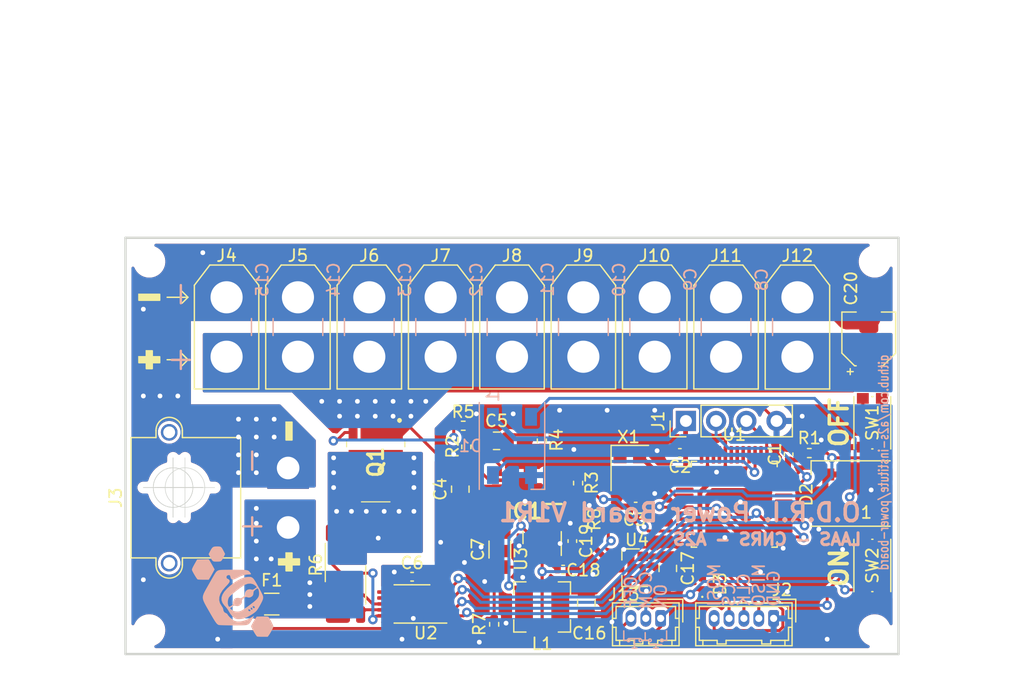
<source format=kicad_pcb>
(kicad_pcb (version 20240108) (generator "pcbnew") (generator_version "8.0")
  (title_block (title "ODRI Power Board") (company "LAAS-CNRS") (comment 1 "Thomas Flayols"))
  (layers (0 "F.Cu" signal) (31 "B.Cu" signal) (34 "B.Paste" user) (35 "F.Paste" user) (36 "B.SilkS" user "B.Silkscreen") (37 "F.SilkS" user "F.Silkscreen") (38 "B.Mask" user) (39 "F.Mask" user) (44 "Edge.Cuts" user))
  (net 0 "")
  (net 1 "GND")
  (net 2 "+3V3")
  (net 3 "/LOAD")
  (net 4 "Net-(IC1-BST)")
  (net 5 "/DC_ENA")
  (net 6 "/MOSI_1")
  (net 7 "/CS_1")
  (net 8 "/CLK_1")
  (net 9 "/MISO_1")
  (net 10 "/MOSI_2")
  (net 11 "/MISO_2")
  (net 12 "/CLK_2")
  (net 13 "/CS_2")
  (net 14 "/GATE_CTRL")
  (net 15 "+5V")
  (net 16 "Net-(U3-VIN)")
  (net 17 "Net-(U3-VCC)")
  (net 18 "/POWER_ENA")
  (net 19 "Net-(C5-Pad2)")
  (net 20 "Net-(U3-SS)")
  (net 21 "Net-(D1-DOUT)")
  (net 22 "/SWCLK")
  (net 23 "/SWDIO")
  (net 24 "/LED")
  (net 26 "/NRST")
  (net 27 "/COM")
  (net 28 "/ON_NO")
  (net 29 "/OFF_NC")
  (net 30 "+BATT")
  (net 31 "Net-(IC1-TGUP)")
  (net 33 "Net-(U3-LX)")
  (net 34 "Net-(Q1-G)")
  (net 35 "Net-(Q1-D_1)")
  (net 36 "Net-(U2-IN-)")
  (net 37 "Net-(U2-IN+)")
  (net 38 "/CLK_SGN")
  (footprint "Package_SO:VSSOP-10_3x3mm_P0.5mm" (layer "F.Cu") (at 69.088 65.786 180)
    (property "Reference" "U2")
    (property "Value" "INA239")
  )
  (footprint "Connector_AMASS:AMASS_XT30U-M_1x02_P5.0mm_Vertical" (layer "F.Cu") (at 59.5 40 -90)
    (property "Reference" "J5")
    (property "Value" "OUT")
  )
  (footprint "Connector_AMASS:AMASS_XT30U-M_1x02_P5.0mm_Vertical" (layer "F.Cu") (at 65.5 40 -90)
    (property "Reference" "J6")
    (property "Value" "OUT")
  )
  (footprint "Connector_AMASS:AMASS_XT30U-M_1x02_P5.0mm_Vertical" (layer "F.Cu") (at 71.5 40 -90)
    (property "Reference" "J7")
    (property "Value" "OUT")
  )
  (footprint "Connector_AMASS:AMASS_XT30U-M_1x02_P5.0mm_Vertical" (layer "F.Cu") (at 77.5 40 -90)
    (property "Reference" "J8")
    (property "Value" "OUT")
  )
  (footprint "Connector_AMASS:AMASS_XT30U-M_1x02_P5.0mm_Vertical" (layer "F.Cu") (at 83.5 40 -90)
    (property "Reference" "J9")
    (property "Value" "OUT")
  )
  (footprint "NVMFS5C604NLWFT1G:NVMFS5C604NLWFT1G" (layer "F.Cu") (at 66.04 53.859 180)
    (property "Reference" "Q1")
    (property "Value" "NVMFS6H824NLT1G" (hide yes))
  )
  (footprint "Resistor_SMD:R_0402_1005Metric" (layer "F.Cu") (at 85.598 58.674 90)
    (property "Reference" "R8")
    (property "Value" "470k")
  )
  (footprint "Connector_AMASS:AMASS_XT30PW-M_1x02_P2.50mm_Horizontal" (layer "F.Cu") (at 58.674 54.356 90)
    (property "Reference" "J3")
    (property "Value" "IN")
  )
  (footprint "Capacitor_SMD:C_0402_1005Metric" (layer "F.Cu") (at 69.1 63.5)
    (property "Reference" "C6")
    (property "Value" "100n")
  )
  (footprint "Button_Switch_SMD:SW_Push_1P1T_NO_CK_KMR2" (layer "F.Cu") (at 107.8 50.55 90)
    (property "Reference" "SW1")
    (property "Value" "SW_Push")
  )
  (footprint "Capacitor_SMD:C_0805_2012Metric" (layer "F.Cu") (at 73.152 56.134 90)
    (property "Reference" "C4")
    (property "Value" "4.7uF")
  )
  (footprint "Capacitor_SMD:C_0805_2012Metric" (layer "F.Cu") (at 76.2 52.07)
    (property "Reference" "C5")
    (property "Value" "0.47uF")
  )
  (footprint "Capacitor_SMD:C_1206_3216Metric" (layer "F.Cu") (at 76.478 61.214 90)
    (property "Reference" "C7")
    (property "Value" "2.2u")
  )
  (footprint "Inductor_SMD:L_Bourns-SRN4018" (layer "F.Cu") (at 80.034 66.04)
    (property "Reference" "L1")
    (property "Value" "47uH")
  )
  (footprint "Resistor_SMD:R_0402_1005Metric" (layer "F.Cu") (at 73.66 52.578 -90)
    (property "Reference" "R2")
    (property "Value" "100k")
  )
  (footprint "Resistor_SMD:R_0402_1005Metric" (layer "F.Cu") (at 80.01 52.07 90)
    (property "Reference" "R4")
    (property "Value" "10")
  )
  (footprint "Resistor_SMD:R_0402_1005Metric" (layer "F.Cu") (at 73.4 50.8)
    (property "Reference" "R5")
    (property "Value" "0")
  )
  (footprint "Resistor_SMD:R_0402_1005Metric" (layer "F.Cu") (at 83.058 55.626 90)
    (property "Reference" "R3")
    (property "Value" "10k")
  )
  (footprint "LTC7001:SOP50P490X110-11N" (layer "F.Cu") (at 78.74 55.88 180)
    (property "Reference" "IC1")
    (property "Value" "LTC7001IMSE#PBF" (hide yes))
  )
  (footprint "Package_DFN_QFN:TDFN-10-1EP_2x3mm_P0.5mm_EP0.9x2mm" (layer "F.Cu") (at 80.034 60.706 90)
    (property "Reference" "U3")
    (property "Value" "MAX17501BxTB")
  )
  (footprint "Resistor_SMD:R_Shunt_Vishay_WSK2512_6332Metric_T2.66mm" (layer "F.Cu") (at 63.5 63.246 90)
    (property "Reference" "R6")
    (property "Value" "4m")
  )
  (footprint "Fuse:Fuse_1206_3216Metric" (layer "F.Cu") (at 57.3 65.8 180)
    (property "Reference" "F1")
    (property "Value" "0.2A")
  )
  (footprint "Capacitor_SMD:C_0402_1005Metric" (layer "F.Cu") (at 82.574 60.5 -90)
    (property "Reference" "C19")
    (property "Value" "3.3n")
  )
  (footprint "Capacitor_SMD:C_0805_2012Metric" (layer "F.Cu") (at 83.75 65.7 -90)
    (property "Reference" "C16")
    (property "Value" "22uF")
  )
  (footprint "Connector_AMASS:AMASS_XT30U-M_1x02_P5.0mm_Vertical" (layer "F.Cu") (at 101.5 40 -90)
    (property "Reference" "J12")
    (property "Value" "OUT")
  )
  (footprint "Connector_AMASS:AMASS_XT30U-M_1x02_P5.0mm_Vertical" (layer "F.Cu") (at 95.5 40 -90)
    (property "Reference" "J11")
    (property "Value" "OUT")
  )
  (footprint "Resistor_SMD:R_0402_1005Metric" (layer "F.Cu") (at 76 67.5 -90)
    (property "Reference" "R7")
    (property "Value" "3.3M")
  )
  (footprint "Capacitor_SMD:C_0402_1005Metric" (layer "F.Cu") (at 81.8 62.9)
    (property "Reference" "C18")
    (property "Value" "1uF")
  )
  (footprint "LED_SMD:LED_WS2812B_PLCC4_5.0x5.0mm_P3.2mm" (layer "F.Cu") (at 106.3 56.5 180)
    (property "Reference" "D2")
    (property "Value" "WS2812B")
  )
  (footprint "Connector_AMASS:AMASS_XT30U-M_1x02_P5.0mm_Vertical" (layer "F.Cu") (at 89.5 40 -90)
    (property "Reference" "J10")
    (property "Value" "OUT")
  )
  (footprint "Connector_AMASS:AMASS_XT30U-M_1x02_P5.0mm_Vertical" (layer "F.Cu") (at 53.5 40 -90)
    (property "Reference" "J4")
    (property "Value" "OUT")
  )
  (footprint "Capacitor_SMD:CP_Elec_4x5.8" (layer "F.Cu") (at 107.5 43.5 90)
    (property "Reference" "C20")
    (property "Value" "DNP")
  )
  (footprint "Button_Switch_SMD:SW_Push_1P1T_NO_CK_KMR2" (layer "F.Cu") (at 107.8 62.55 90)
    (property "Reference" "SW2")
    (property "Value" "SW_Push")
  )
  (footprint "Resistor_SMD:R_0402_1005Metric" (layer "F.Cu") (at 102.5 53.1 180)
    (property "Reference" "R1")
    (property "Value" "100k")
  )
  (footprint "Connector_Hirose:Hirose_DF13-03P-1.25DSA_1x03_P1.25mm_Vertical" (layer "F.Cu") (at 90 67 180)
    (property "Reference" "J13")
    (property "Value" "SW")
  )
  (footprint "Connector_Hirose:Hirose_DF13-05P-1.25DSA_1x05_P1.25mm_Vertical" (layer "F.Cu") (at 99.5 67 180)
    (property "Reference" "J2")
    (property "Value" "SPI")
  )
  (footprint "Diode_SMD:D_0402_1005Metric" (layer "F.Cu") (at 93.5 64.1 90)
    (property "Reference" "D3")
    (property "Value" "D")
  )
  (footprint "Package_QFP:LQFP-48_7x7mm_P0.5mm" (layer "F.Cu") (at 96.188 57.404)
    (property "Reference" "U1")
    (property "Value" "STM32F103C8T6")
  )
  (footprint "Connector_PinHeader_2.54mm:PinHeader_1x04_P2.54mm_Vertical" (layer "F.Cu") (at 92.124 50.4 90)
    (property "Reference" "J1")
    (property "Value" "PROG")
  )
  (footprint "Capacitor_SMD:C_0805_2012Metric" (layer "F.Cu") (at 90.6 62.8 -90)
    (property "Reference" "C17")
    (property "Value" "4.7uF")
  )
  (footprint "Package_TO_SOT_SMD:SOT-23" (layer "F.Cu") (at 87.5 62.738 180)
    (property "Reference" "U4")
    (property "Value" "MCP1700-3302E_SOT23")
  )
  (footprint "Capacitor_SMD:C_0402_1005Metric" (layer "F.Cu") (at 100.76 53.2 90)
    (property "Reference" "C1")
    (property "Value" "100n")
  )
  (footprint "Capacitor_SMD:C_0402_1005Metric" (layer "F.Cu") (at 91.616 53.086 180)
    (property "Reference" "C2")
    (property "Value" "100n")
  )
  (footprint "Capacitor_SMD:C_0402_1005Metric" (layer "F.Cu") (at 87.9 57.6 180)
    (property "Reference" "C3")
    (property "Value" "100n")
  )
  (footprint "Oscillator:Oscillator_SMD_Abracon_ASE-4Pin_3.2x2.5mm" (layer "F.Cu") (at 87.406 54.356 -90)
    (property "Reference" "X1")
    (property "Value" "8Mhz")
  )
  (footprint "MountingHole:MountingHole_2.2mm_M2_DIN965" (layer "F.Cu") (at 47 68)
    (property "Reference" "REF**" (hide yes))
    (property "Value" "MountingHole_2.2mm_M2_DIN965")
  )
  (footprint "MountingHole:MountingHole_2.2mm_M2_DIN965" (layer "F.Cu") (at 108 68)
    (property "Reference" "REF**" (hide yes))
    (property "Value" "MountingHole_2.2mm_M2_DIN965")
  )
  (footprint "MountingHole:MountingHole_2.2mm_M2_DIN965" (layer "F.Cu") (at 47 37)
    (property "Reference" "REF**" (hide yes))
    (property "Value" "MountingHole_2.2mm_M2_DIN965")
  )
  (footprint "MountingHole:MountingHole_2.2mm_M2_DIN965" (layer "F.Cu") (at 108 37)
    (property "Reference" "REF**" (hide yes))
    (property "Value" "MountingHole_2.2mm_M2_DIN965")
  )
  (footprint "Capacitor_SMD:C_1206_3216Metric" (layer "B.Cu") (at 80.5 42.5 90)
    (property "Reference" "C11")
    (property "Value" "2.2u")
  )
  (footprint "Capacitor_SMD:C_1206_3216Metric" (layer "B.Cu") (at 74.5 42.5 90)
    (property "Reference" "C12")
    (property "Value" "2.2u")
  )
  (footprint "Capacitor_SMD:C_1206_3216Metric" (layer "B.Cu") (at 68.5 42.5 90)
    (property "Reference" "C13")
    (property "Value" "2.2u")
  )
  (footprint "Capacitor_SMD:C_1206_3216Metric" (layer "B.Cu") (at 62.5 42.5 90)
    (property "Reference" "C14")
    (property "Value" "2.2u")
  )
  (footprint "Capacitor_SMD:C_1206_3216Metric" (layer "B.Cu") (at 56.5 42.5 90)
    (property "Reference" "C15")
    (property "Value" "2.2u")
  )
  (footprint "LED_SMD:LED_WS2812B_PLCC4_5.0x5.0mm_P3.2mm" (layer "B.Cu") (at 77.5 52.5 -90)
    (property "Reference" "D1")
    (property "Value" "WS2812B")
  )
  (footprint "Capacitor_SMD:C_1206_3216Metric" (layer "B.Cu") (at 98.5 42.5 90)
    (property "Reference" "C8")
    (property "Value" "2.2u")
  )
  (footprint "Capacitor_SMD:C_1206_3216Metric" (layer "B.Cu") (at 92.5 42.5 90)
    (property "Reference" "C9")
    (property "Value" "2.2u")
  )
  (footprint "Capacitor_SMD:C_1206_3216Metric" (layer "B.Cu") (at 86.5 42.5 90)
    (property "Reference" "C10")
    (property "Value" "2.2u")
  )
  (footprint "LOGO" (layer "B.Cu") (at 54 64.75 180)
    (property "Reference" "G***" (hide yes))
    (property "Value" "LOGO" (hide yes))
  )
  (gr_line (start 86.9 68.85) (end 86.9 68.05) (stroke (width 0.12)) (layer "B.SilkS"))
  (gr_circle (center 87.3 68.85) (end 87.35 68.75) (stroke (width 0.12)) (fill none) (layer "B.SilkS"))
  (gr_circle (center 88.3 68.85) (end 88.4 68.8) (stroke (width 0.12)) (fill none) (layer "B.SilkS"))
  (gr_line (start 88.411803 68.85) (end 88.988197 68.85) (stroke (width 0.12)) (layer "B.SilkS"))
  (gr_line (start 88.7 68.85) (end 88.7 68.2) (stroke (width 0.12)) (layer "B.SilkS"))
  (gr_line (start 87.2 68.85) (end 86.9 68.85) (stroke (width 0.12)) (layer "B.SilkS"))
  (gr_line (start 90.211803 68.85) (end 90.5 68.85) (stroke (width 0.12)) (layer "B.SilkS"))
  (gr_circle (center 89.1 68.85) (end 89.15 68.75) (stroke (width 0.12)) (fill none) (layer "B.SilkS"))
  (gr_line (start 87.8 68.8) (end 87.8 69.5) (stroke (width 0.12)) (layer "B.SilkS"))
  (gr_line (start 87.6 69.5) (end 88 69.5) (stroke (width 0.12)) (layer "B.SilkS"))
  (gr_line (start 90.5 68.85) (end 90.5 68.05) (stroke (width 0.12)) (layer "B.SilkS"))
  (gr_circle (center 90.1 68.85) (end 90.2 68.8) (stroke (width 0.12)) (fill none) (layer "B.SilkS"))
  (gr_line (start 87.3 68.7) (end 88.3 68.7) (stroke (width 0.12)) (layer "B.SilkS"))
  (gr_line (start 89.1 69.2) (end 90.1 69.2) (stroke (width 0.12)) (layer "B.SilkS"))
  (gr_line (start 89.6 69.2) (end 89.6 69.5) (stroke (width 0.12)) (layer "B.SilkS"))
  (gr_line (start 89.4 69.5) (end 89.8 69.5) (stroke (width 0.12)) (layer "B.SilkS"))
  (gr_line (start 50.25 45.25) (end 49.75 45.75) (stroke (width 0.12)) (layer "F.SilkS"))
  (gr_line (start 50.25 40) (end 49.75 40.5) (stroke (width 0.12)) (layer "F.SilkS"))
  (gr_line (start 48.5 40) (end 50.25 40) (stroke (width 0.12)) (layer "F.SilkS"))
  (gr_line (start 50.25 45.25) (end 49.75 44.75) (stroke (width 0.12)) (layer "F.SilkS"))
  (gr_rect (start 58.5 61.5) (end 59 63) (stroke (width 0.12)) (fill solid) (layer "F.SilkS"))
  (gr_rect (start 46.125 39.75) (end 47.875 40.25) (stroke (width 0.12)) (fill solid) (layer "F.SilkS"))
  (gr_line (start 48.5 45.25) (end 50.25 45.25) (stroke (width 0.12)) (layer "F.SilkS"))
  (gr_line (start 50.25 40) (end 49.75 39.5) (stroke (width 0.12)) (layer "F.SilkS"))
  (gr_rect (start 58.5 50.5) (end 59 52) (stroke (width 0.12)) (fill solid) (layer "F.SilkS"))
  (gr_rect (start 57.875 62) (end 59.625 62.5) (stroke (width 0.12)) (fill solid) (layer "F.SilkS"))
  (gr_rect (start 46.75 44.5) (end 47.25 46) (stroke (width 0.12)) (fill solid) (layer "F.SilkS"))
  (gr_rect (start 46.125 45) (end 47.875 45.5) (stroke (width 0.12)) (fill solid) (layer "F.SilkS"))
  (gr_line (start 49.75 44.75) (end 50.25 45.25) (stroke (width 0.12)) (layer "F.SilkS"))
  (gr_line (start 45 35) (end 110 35) (stroke (width 0.2)) (layer "Edge.Cuts"))
  (gr_line (start 110 35) (end 110 70) (stroke (width 0.2)) (layer "Edge.Cuts"))
  (gr_line (start 45 70) (end 45 35) (stroke (width 0.2)) (layer "Edge.Cuts"))
  (gr_line (start 110 70) (end 45 70) (stroke (width 0.2)) (layer "Edge.Cuts"))
  (gr_text "COM" (at 88.75 66.3 90) (layer "B.SilkS") (effects (font (size 1 1)) (justify right mirror)))
  (gr_text "OFF" (at 87.5 66.3 90) (layer "B.SilkS") (effects (font (size 1 1)) (justify right mirror)))
  (gr_text "MOSI" (at 94.5 66.1 90) (layer "B.SilkS") (effects (font (size 1 1)) (justify right mirror)))
  (gr_text "CS" (at 95.75 66.1 90) (layer "B.SilkS") (effects (font (size 1 1)) (justify right mirror)))
  (gr_text "CLK\n" (at 97 66.1 90) (layer "B.SilkS") (effects (font (size 1 1)) (justify right mirror)))
  (gr_text "MISO" (at 98.25 66.1 90) (layer "B.SilkS") (effects (font (size 1 1)) (justify right mirror)))
  (gr_text "GND\n" (at 99.5 66.1 90) (layer "B.SilkS") (effects (font (size 1 1)) (justify right mirror)))
  (gr_text "LAAS - CNRS - A2S" (at 107 60.35 0) (layer "B.SilkS") (effects (font (size 1 1) (thickness 0.25)) (justify left mirror)))
  (gr_text "-  +" (at 49.5 42.5 90) (layer "B.SilkS") (effects (font (size 2 2) (thickness 0.2)) (justify mirror)))
  (gr_text "-  +" (at 55.5 56.5 90) (layer "B.SilkS") (effects (font (size 2 2) (thickness 0.2)) (justify mirror)))
  (gr_text "O.D.R.I. Power Board V1R1" (at 107 58.1 0) (layer "B.SilkS") (effects (font (size 1.5 1.5) (thickness 0.3)) (justify left mirror)))
  (gr_text "github.com/a2s-institute/power-board" (at 108.75 44.75 90) (layer "B.SilkS") (effects (font (size 0.8 0.6) (thickness 0.125)) (justify left mirror)))
  (gr_text "ON" (at 90 66.3 90) (layer "B.SilkS") (effects (font (size 1 1)) (justify right mirror)))
  (gr_text "OFF" (at 105 50.5 90) (layer "F.SilkS") (effects (font (size 1.5 1.5) (thickness 0.3))))
  (gr_text "ON" (at 105 62.75 90) (layer "F.SilkS") (effects (font (size 1.5 1.5) (thickness 0.3))))
  (target plus (at 50 56) (size 5) (width 0.05) (layer "Edge.Cuts"))
  (target plus (at 49 56) (size 5) (width 0.05) (layer "Edge.Cuts"))
  (target plus (at 49 56) (size 5) (width 0.05) (layer "Edge.Cuts"))
  (segment (start 79.534 60.206) (end 80.034 60.706) (width 0.25) (layer "F.Cu") (net 1))
  (segment (start 95.438 53.2415) (end 95.438 54.600675) (width 0.25) (layer "F.Cu") (net 1))
  (segment (start 95.622315 54.78499) (end 96.188 54.78499) (width 0.25) (layer "F.Cu") (net 1))
  (segment (start 95.42501 60.22501) (end 95.4 60.2) (width 0.25) (layer "F.Cu") (net 1))
  (segment (start 94.38499 54.78499) (end 96.188 54.78499) (width 0.25) (layer "F.Cu") (net 1))
  (segment (start 98.438 61.5665) (end 98.438 62.988) (width 0.25) (layer "F.Cu") (net 1))
  (segment (start 92.0255 58.1745) (end 92.02101 58.17899) (width 0.25) (layer "F.Cu") (net 1))
  (segment (start 93.938 54.338) (end 94.38499 54.78499) (width 0.25) (layer "F.Cu") (net 1))
  (segment (start 93.938 53.2415) (end 93.938 54.338) (width 0.25) (layer "F.Cu") (net 1))
  (segment (start 92.0255 58.154) (end 92.0255 58.1745) (width 0.25) (layer "F.Cu") (net 1))
  (segment (start 97.899712 60.22501) (end 95.42501 60.22501) (width 0.25) (layer "F.Cu") (net 1))
  (segment (start 100.3505 55.154) (end 99.446 55.154) (width 0.25) (layer "F.Cu") (net 1))
  (segment (start 99.446 55.154) (end 98.7 55.9) (width 0.25) (layer "F.Cu") (net 1))
  (segment (start 98.438 61.5665) (end 98.438 60.763298) (width 0.25) (layer "F.Cu") (net 1))
  (segment (start 95.438 54.600675) (end 95.622315 54.78499) (width 0.25) (layer "F.Cu") (net 1))
  (segment (start 98.438 60.763298) (end 97.899712 60.22501) (width 0.25) (layer "F.Cu") (net 1))
  (segment (start 66.888 65.286) (end 66.91299 65.31099) (width 0.25) (layer "F.Cu") (net 1))
  (segment (start 99.744 50.4) (end 98.644 49.3) (width 0.25) (layer "F.Cu") (net 1))
  (segment (start 80.952 56.38) (end 82.054 56.38) (width 0.25) (layer "F.Cu") (net 1))
  (segment (start 82.054 56.38) (end 82.298 56.136) (width 0.25) (layer "F.Cu") (net 1))
  (segment (start 101.172998 55.154) (end 101.951999 54.374999) (width 0.25) (layer "F.Cu") (net 1))
  (segment (start 67.286 65.286) (end 67.31099 65.31099) (width 0.25) (layer "F.Cu") (net 1))
  (segment (start 81.9 61) (end 82.554 61) (width 0.25) (layer "F.Cu") (net 1))
  (segment (start 92.0255 58.154) (end 90.746 58.154) (width 0.25) (layer "F.Cu") (net 1))
  (segment (start 82.298 56.136) (end 83.058 56.136) (width 0.25) (layer "F.Cu") (net 1))
  (segment (start 82.298 56.136) (end 82.042 55.88) (width 0.25) (layer "F.Cu") (net 1))
  (segment (start 105.7 41.7) (end 104 40) (width 2) (layer "F.Cu") (net 1))
  (segment (start 82.042 55.88) (end 80.952 55.88) (width 0.25) (layer "F.Cu") (net 1))
  (segment (start 79.5 58.8) (end 79.5 60.172) (width 0.25) (layer "F.Cu") (net 1))
  (segment (start 79.635978 60.706) (end 80.034 60.706) (width 0.25) (layer "F.Cu") (net 1))
  (segment (start 79.034 61.7185) (end 79.034 61.307978) (width 0.25) (layer "F.Cu") (net 1))
  (segment (start 79.24 56.38) (end 78.74 55.88) (width 0.25) (layer "F.Cu") (net 1))
  (segment (start 86.581 55.406) (end 86.581 55.506) (width 0.25) (layer "F.Cu") (net 1))
  (segment (start 67.31099 65.31099) (end 69.18901 65.31099) (width 0.25) (layer "F.Cu") (net 1))
  (segment (start 81.544 60.706) (end 81.606 60.706) (width 0.25) (layer "F.Cu") (net 1))
  (segment (start 80.034 60.706) (end 81.544 60.706) (width 0.25) (layer "F.Cu") (net 1))
  (segment (start 104 40) (end 101.5 40) (width 2) (layer "F.Cu") (net 1))
  (segment (start 100.3505 55.154) (end 101.172998 55.154) (width 0.25) (layer "F.Cu") (net 1))
  (segment (start 82.554 61) (end 82.574 60.98) (width 0.25) (layer "F.Cu") (net 1))
  (segment (start 107 48.5) (end 107 52.6) (width 0.25) (layer "F.Cu") (net 1))
  (segment (start 79.534 59.6935) (end 79.534 60.206) (width 0.25) (layer "F.Cu") (net 1))
  (segment (start 101.951999 54.374999) (end 103.524999 54.374999) (width 0.25) (layer "F.Cu") (net 1))
  (segment (start 79.5 60.172) (end 80.034 60.706) (width 0.25) (layer "F.Cu") (net 1))
  (segment (start 80.952 54.88) (end 80.952 54.298) (width 0.25) (layer "F.Cu") (net 1))
  (segment (start 80.952 56.38) (end 79.24 56.38) (width 0.25) (layer "F.Cu") (net 1))
  (segment (start 81.606 60.706) (end 81.9 61) (width 0.25) (layer "F.Cu") (net 1))
  (segment (start 66.888 65.286) (end 67.286 65.286) (width 0.25) (layer "F.Cu") (net 1))
  (segment (start 103.524999 54.374999) (end 104.05 54.9) (width 0.25) (layer "F.Cu") (net 1))
  (segment (start 69.18901 65.31099) (end 69.5 65) (width 0.25) (layer "F.Cu") (net 1))
  (segment (start 90.746 58.154) (end 90.5 58.4) (width 0.25) (layer "F.Cu") (net 1))
  (segment (start 79.034 61.307978) (end 79.635978 60.706) (width 0.25) (layer "F.Cu") (net 1))
  (segment (start 107.5 41.7) (end 105.7 41.7) (width 2) (layer "F.Cu") (net 1))
  (via (at 82.4 59) (size 0.8) (drill 0.4) (layers "F.Cu" "B.Cu") (net 1))
  (via (at 96 51.5) (size 0.8) (drill 0.4) (layers "F.Cu" "B.Cu") (net 1))
  (via (at 77 67.4) (size 0.8) (drill 0.4) (layers "F.Cu" "B.Cu") (net 1))
  (via (at 100.3 61.1) (size 0.8) (drill 0.4) (layers "F.Cu" "B.Cu") (net 1))
  (via (at 105.3 61.2) (size 0.8) (drill 0.4) (layers "F.Cu" "B.Cu") (net 1))
  (via (at 94.7 54.7) (size 0.8) (drill 0.4) (layers "F.Cu" "B.Cu") (net 1))
  (via (at 103.5 52) (size 0.8) (drill 0.4) (layers "F.Cu" "B.Cu") (net 1))
  (via (at 98.4 63.1) (size 0.8) (drill 0.4) (layers "F.Cu" "B.Cu") (net 1))
  (via (at 96.7 57.2) (size 0.8) (drill 0.4) (layers "F.Cu" "B.Cu") (net 1))
  (via (at 89.7 52.9) (size 0.8) (drill 0.4) (layers "F.Cu" "B.Cu") (net 1))
  (via (at 95.4 60.2) (size 0.8) (drill 0.4) (layers "F.Cu" "B.Cu") (net 1))
  (via (at 103.3 59.5) (size 0.8) (drill 0.4) (layers "F.Cu" "B.Cu") (net 1))
  (via (at 94.95 65.05) (size 0.8) (drill 0.4) (layers "F.Cu" "B.Cu") (net 1))
  (via (at 88.8 64.7) (size 0.8) (drill 0.4) (layers "F.Cu" "B.Cu") (net 1))
  (via (at 54.5 50.25) (size 0.8) (drill 0.4) (layers "F.Cu" "B.Cu") (net 1))
  (via (at 57.5 50.25) (size 0.8) (drill 0.4) (layers "F.Cu" "B.Cu") (net 1))
  (via (at 51.5 36.25) (size 0.8) (drill 0.4) (layers "F.Cu" "B.Cu") (net 1))
  (via (at 47.9 48.3) (size 0.8) (drill 0.4) (layers "F.Cu" "B.Cu") (net 1))
  (via (at 56 51.75) (size 0.8) (drill 0.4) (layers "F.Cu" "B.Cu") (net 1))
  (via (at 75.2 63.9) (size 0.8) (drill 0.4) (layers "F.Cu" "B.Cu") (net 1))
  (via (at 104 68.75) (size 0.8) (drill 0.4) (layers "F.Cu" "B.Cu") (net 1))
  (via (at 57.5 51.75) (size 0.8) (drill 0.4) (layers "F.Cu" "B.Cu") (net 1))
  (via (at 74.5 49.8) (size 0.8) (drill 0.4) (layers "F.Cu" "B.Cu") (net 1))
  (via (at 82.7 52.8) (size 0.8) (drill 0.4) (layers "F.Cu" "B.Cu") (net 1))
  (via (at 52.75 68.75) (size 0.8) (drill 0.4) (layers "F.Cu" "B.Cu") (net 1))
  (via (at 81.544 60.706) (size 0.8) (drill 0.4) (layers "F.Cu" "B.Cu") (net 1))
  (via (at 85.5 49.5) (size 0.8) (drill 0.4) (layers "F.Cu" "B.Cu") (net 1))
  (via (at 85.9 67.3) (size 0.8) (drill 0.4) (layers "F.Cu" "B.Cu") (net 1))
  (via (at 78.6 57.15) (size 0.8) (drill 0.4) (layers "F.Cu" "B.Cu") (net 1))
  (via (at 89.5 49.5) (size 0.8) (drill 0.4) (layers "F.Cu" "B.Cu") (net 1))
  (via (at 54.5 51.75) (size 0.8) (drill 0.4) (layers "F.Cu" "B.Cu") (net 1))
  (via (at 78.1 60.9) (size 0.8) (drill 0.4) (layers "F.Cu" "B.Cu") (net 1))
  (via (at 56 54.75) (size 0.8) (drill 0.4) (layers "F.Cu" "B.Cu") (net 1))
  (via (at 46.5 48.3) (size 0.8) (drill 0.4) (layers "F.Cu" "B.Cu") (net 1))
  (via (at 81.5 49.5) (size 0.8) (drill 0.4) (layers "F.Cu" "B.Cu") (net 1))
  (via (at 89.5 56.5) (size 0.8) (drill 0.4) (layers "F.Cu" "B.Cu") (net 1))
  (via (at 49.4 48.3) (size 0.8) (drill 0.4) (layers "F.Cu" "B.Cu") (net 1))
  (via (at 46.5 41) (size 0.8) (drill 0.4) (layers "F.Cu" "B.Cu") (net 1))
  (via (at 101.9 50) (size 0.8) (drill 0.4) (layers "F.Cu" "B.Cu") (net 1))
  (via (at 86.9 61.2) (size 0.8) (drill 0.4) (layers "F.Cu" "B.Cu") (net 1))
  (via (at 54.5 53.25) (size 0.8) (drill 0.4) (layers "F.Cu" "B.Cu") (net 1))
  (via (at 78.4 63.55) (size 0.8) (drill 0.4) (layers "F.Cu" "B.Cu") (net 1))
  (via (at 46.5 63.75) (size 0.8) (drill 0.4) (layers "F.Cu" "B.Cu") (net 1))
  (via (at 73.5 62.3) (size 0.8) (drill 0.4) (layers "F.Cu" "B.Cu") (net 1))
  (via (at 107.7 56.2) (size 0.8) (drill 0.4) (layers "F.Cu" "B.Cu") (net 1))
  (via (at 71.5 60.6) (size 0.8) (drill 0.4) (layers "F.Cu" "B.Cu") (net 1))
  (via (at 68.25 68.75) (size 0.8) (drill 0.4) (layers "F.Cu" "B.Cu") (net 1))
  (via (at 74.9 61) (size 0.8) (drill 0.4) (layers "F.Cu" "B.Cu") (net 1))
  (via (at 72.6 53.2) (size 0.8) (drill 0.4) (layers "F.Cu" "B.Cu") (net 1))
  (via (at 100.65 64.75) (size 0.8) (drill 0.4) (layers "F.Cu" "B.Cu") (net 1))
  (via (at 84 57.5) (size 0.8) (drill 0.4) (layers "F.Cu" "B.Cu") (net 1))
  (via (at 54.5 54.75) (size 0.8) (drill 0.4) (layers "F.Cu" "B.Cu") (net 1))
  (via (at 84.3 63.3) (size 0.8) (drill 0.4) (layers "F.Cu" "B.Cu") (net 1))
  (via (at 56 50.25) (size 0.8) (drill 0.4) (layers "F.Cu" "B.Cu") (net 1))
  (via (at 69.2 67) (size 0.8) (drill 0.4) (layers "F.Cu" "B.Cu") (net 1))
  (via (at 74.75 69) (size 0.8) (drill 0.4) (layers "F.Cu" "B.Cu") (net 1))
  (via (at 67.6 63.1) (size 0.8) (drill 0.4) (layers "F.Cu" "B.Cu") (net 1))
  (via (at 77.6 49.8) (size 0.8) (drill 0.4) (layers "F.Cu" "B.Cu") (net 1))
  (via (at 56 53.25) (size 0.8) (drill 0.4) (layers "F.Cu" "B.Cu") (net 1))
  (segment (start 100.76 54.60399) (end 100.76 53.68) (width 0.4) (layer "F.Cu") (net 2))
  (segment (start 93.08198 58.62602) (end 93.054 58.654) (width 0.4) (layer "F.Cu") (net 2))
  (segment (start 92.0255 58.654) (end 93.054 58.654) (width 0.25) (layer "F.Cu") (net 2))
  (segment (start 93.3 60.295232) (end 91.807232 61.788) (width 0.4) (layer "F.Cu") (net 2))
  (segment (start 93.13399 54.60399) (end 93.20399 54.60399) (width 0.4) (layer "F.Cu") (net 2))
  (segment (start 92.096 53.086) (end 93.23249 53.086) (width 0.4) (layer "F.Cu") (net 2))
  (segment (start 94.115 55.585) (end 98.272524 55.585) (width 0.4) (layer "F.Cu") (net 2))
  (segment (start 94.115 55.515) (end 94.115 55.585) (width 0.4) (layer "F.Cu") (net 2))
  (segment (start 99.491242 54.60399) (end 100.76 54.60399) (width 0.4) (layer "F.Cu") (net 2))
  (segment (start 91.616 54.60399) (end 92.884758 54.60399) (width 0.4) (layer "F.Cu") (net 2))
  (segment (start 92.884758 54.60399) (end 93.13399 54.60399) (width 0.4) (layer "F.Cu") (net 2))
  (segment (start 98.272524 55.585) (end 99.228533 54.628991) (width 0.4) (layer "F.Cu") (net 2))
  (segment (start 92.096 53.086) (end 92.096 50.574) (width 0.4) (layer "F.Cu") (net 2))
  (segment (start 93.3 58.62602) (end 93.3 60.295232) (width 0.4) (layer "F.Cu") (net 2))
  (segment (start 99.228533 54.628991) (end 99.466242 54.62899) (width 0.4) (layer "F.Cu") (net 2))
  (segment (start 93.3 56.4) (end 94.115 55.585) (width 0.4) (layer "F.Cu") (net 2))
  (segment (start 99.466242 54.62899) (end 99.491242 54.60399) (width 0.4) (layer "F.Cu") (net 2))
  (segment (start 93.3 58.62602) (end 93.3 56.4) (width 0.4) (layer "F.Cu") (net 2))
  (segment (start 100.32551 54.67899) (end 100.3505 54.654) (width 0.25) (layer "F.Cu") (net 2))
  (segment (start 93.3 58.62602) (end 93.08198 58.62602) (width 0.4) (layer "F.Cu") (net 2))
  (segment (start 93.20399 54.60399) (end 94.115 55.515) (width 0.4) (layer "F.Cu") (net 2))
  (segment (start 93.23249 53.086) (end 93.38799 53.2415) (width 0.4) (layer "F.Cu") (net 2))
  (segment (start 86.581 53.306) (end 88.231 53.306) (width 0.25) (layer "F.Cu") (net 2))
  (segment (start 96.4 59.7) (end 95.32602 58.62602) (width 0.4) (layer "F.Cu") (net 2))
  (segment (start 88.231 53.306) (end 88.491 53.566) (width 0.4) (layer "F.Cu") (net 2))
  (segment (start 106.9 58.1) (end 103 62) (width 0.4) (layer "F.Cu") (net 2))
  (segment (start 101.99 53.5) (end 101.99 53.1) (width 0.4) (layer "F.Cu") (net 2))
  (segment (start 101.81 53.68) (end 101.99 53.5) (width 0.4) (layer "F.Cu") (net 2))
  (segment (start 89.52899 54.60399) (end 92.0255 54.60399) (width 0.4) (layer "F.Cu") (net 2))
  (segment (start 99.3715 62) (end 98.98801 61.61651) (width 0.4) (layer "F.Cu") (net 2))
  (segment (start 88.5 61.788) (end 91.807232 61.788) (width 0.5) (layer "F.Cu") (net 2))
  (segment (start 99 60.4) (end 98.3 59.7) (width 0.4) (layer "F.Cu") (net 2))
  (segment (start 88.231 53.306) (end 89.52899 54.60399) (width 0.4) (layer "F.Cu") (net 2))
  (segment (start 95.32602 58.62602) (end 93.3 58.62602) (width 0.4) (layer "F.Cu") (net 2))
  (segment (start 98.98801 61.51649) (end 99 61.5045) (width 0.4) (layer "F.Cu") (net 2))
  (segment (start 92.096 54.53349) (end 92.096 53.086) (width 0.4) (layer "F.Cu") (net 2))
  (segment (start 100.76 53.68) (end 101.81 53.68) (width 0.4) (layer "F.Cu") (net 2))
  (segment (start 103 62) (end 99.3715 62) (width 0.4) (layer "F.Cu") (net 2))
  (segment (start 98.98801 61.61651) (end 98.98801 61.51649) (width 0.4) (layer "F.Cu") (net 2))
  (segment (start 92.0255 54.60399) (end 92.096 54.53349) (width 0.4) (layer "F.Cu") (net 2))
  (segment (start 91.654 61.788) (end 91.807232 61.788) (width 0.4) (layer "F.Cu") (net 2))
  (segment (start 98.3 59.7) (end 96.4 59.7) (width 0.4) (layer "F.Cu") (net 2))
  (segment (start 99 61.5045) (end 99 60.4) (width 0.4) (layer "F.Cu") (net 2))
  (segment (start 108.95 58.1) (end 106.9 58.1) (width 0.4) (layer "F.Cu") (net 2))
  (segment (start 92.124 50.4) (end 90.624 51.9) (width 0.4) (layer "B.Cu") (net 2))
  (segment (start 77.75 51.9) (end 75.9 50.05) (width 0.4) (layer "B.Cu") (net 2))
  (segment (start 90.624 51.9) (end 77.75 51.9) (width 0.4) (layer "B.Cu") (net 2))
  (segment (start 75.9 50.05) (end 75.9 50.3) (width 0.25) (layer "B.Cu") (net 2))
  (segment (start 76.528 55.88) (end 74.93 55.88) (width 0.25) (layer "F.Cu") (net 3))
  (segment (start 74.93 55.88) (end 74.864 55.88) (width 0.25) (layer "F.Cu") (net 3))
  (segment (start 74.68 55.88) (end 74 55.2) (width 0.25) (layer "F.Cu") (net 3))
  (segment (start 68.6585 50.6585) (end 67.945 51.372) (width 0.25) (layer "F.Cu") (net 3))
  (segment (start 74 55.2) (end 73.168 55.2) (width 0.25) (layer "F.Cu") (net 3))
  (segment (start 73.152 55.184) (end 73.152 55.152) (width 0.25) (layer "F.Cu") (net 3))
  (segment (start 101.8 45.3) (end 101.5 45) (width 2) (layer "F.Cu") (net 3))
  (segment (start 107.5 45.3) (end 101.8 45.3) (width 2) (layer "F.Cu") (net 3))
  (segment (start 73.168 55.2) (end 73.152 55.184) (width 0.25) (layer "F.Cu") (net 3))
  (segment (start 66.675 45.513) (end 66.802 45.386) (width 0.25) (layer "F.Cu") (net 3))
  (segment (start 74.93 55.88) (end 74.68 55.88) (width 0.25) (layer "F.Cu") (net 3))
  (segment (start 73.152 55.152) (end 68.6585 50.6585) (width 0.25) (layer "F.Cu") (net 3))
  (via (at 66 48.75) (size 0.8) (drill 0.4) (layers "F.Cu" "B.Cu") (net 3))
  (via (at 67.5 50) (size 0.8) (drill 0.4) (layers "F.Cu" "B.Cu") (net 3))
  (via (at 64.5 50) (size 0.8) (drill 0.4) (layers "F.Cu" "B.Cu") (net 3))
  (via (at 67.5 48.75) (size 0.8) (drill 0.4) (layers "F.Cu" "B.Cu") (net 3))
  (via (at 63 48.75) (size 0.8) (drill 0.4) (layers "F.Cu" "B.Cu") (net 3))
  (via (at 61.5 48.75) (size 0.8) (drill 0.4) (layers "F.Cu" "B.Cu") (net 3))
  (via (at 66 50) (size 0.8) (drill 0.4) (layers "F.Cu" "B.Cu") (net 3))
  (via (at 63 50) (size 0.8) (drill 0.4) (layers "F.Cu" "B.Cu") (net 3))
  (via (at 69 48.75) (size 0.8) (drill 0.4) (layers "F.Cu" "B.Cu") (net 3))
  (via (at 70.25 48.75) (size 0.8) (drill 0.4) (layers "F.Cu" "B.Cu") (net 3))
  (via (at 69 50) (size 0.8) (drill 0.4) (layers "F.Cu" "B.Cu") (net 3))
  (via (at 64.5 48.75) (size 0.8) (drill 0.4) (layers "F.Cu" "B.Cu") (net 3))
  (segment (start 76.528 56.38) (end 74.93 56.38) (width 0.25) (layer "F.Cu") (net 4))
  (segment (start 74.93 56.38) (end 74.872 56.38) (width 0.25) (layer "F.Cu") (net 4))
  (segment (start 74.93 56.38) (end 74.72 56.38) (width 0.25) (layer "F.Cu") (net 4))
  (segment (start 74.016 57.084) (end 73.152 57.084) (width 0.25) (layer "F.Cu") (net 4))
  (segment (start 74.72 56.38) (end 74.016 57.084) (width 0.25) (layer "F.Cu") (net 4))
  (segment (start 93.438 61.5665) (end 93.438 63.553) (width 0.25) (layer "F.Cu") (net 5))
  (segment (start 93.438 63.553) (end 93.5 63.615) (width 0.25) (layer "F.Cu") (net 5))
  (segment (start 98.559232 65.6) (end 95.438 62.478768) (width 0.25) (layer "F.Cu") (net 6))
  (segment (start 99.97499 68.02501) (end 100.27501 67.72499) (width 0.25) (layer "F.Cu") (net 6))
  (segment (start 100.27501 66.297176) (end 99.577834 65.6) (width 0.25) (layer "F.Cu") (net 6))
  (segment (start 94.57501 68.02501) (end 99.97499 68.02501) (width 0.25) (layer "F.Cu") (net 6))
  (segment (start 94.5 67.95) (end 94.57501 68.02501) (width 0.25) (layer "F.Cu") (net 6))
  (segment (start 100.27501 67.72499) (end 100.27501 66.297176) (width 0.25) (layer "F.Cu") (net 6))
  (segment (start 95.438 62.478768) (end 95.438 61.5665) (width 0.25) (layer "F.Cu") (net 6))
  (segment (start 94.5 67) (end 94.5 67.95) (width 0.25) (layer "F.Cu") (net 6))
  (segment (start 99.577834 65.6) (end 98.559232 65.6) (width 0.25) (layer "F.Cu") (net 6))
  (segment (start 93.938 61.5665) (end 93.938 62.888) (width 0.25) (layer "F.Cu") (net 7))
  (segment (start 95.75 64.7) (end 95.75 67) (width 0.25) (layer "F.Cu") (net 7))
  (segment (start 93.938 62.888) (end 95.75 64.7) (width 0.25) (layer "F.Cu") (net 7))
  (segment (start 97 65.31359) (end 97 67) (width 0.25) (layer "F.Cu") (net 8))
  (segment (start 94.438 61.5665) (end 94.438 62.75159) (width 0.25) (layer "F.Cu") (net 8))
  (segment (start 94.438 62.75159) (end 97 65.31359) (width 0.25) (layer "F.Cu") (net 8))
  (segment (start 94.938 61.5665) (end 94.938 62.615179) (width 0.25) (layer "F.Cu") (net 9))
  (segment (start 94.938 62.615179) (end 98.25 65.927179) (width 0.25) (layer "F.Cu") (net 9))
  (segment (start 98.25 65.927179) (end 98.25 67) (width 0.25) (layer "F.Cu") (net 9))
  (segment (start 101.554 58.654) (end 102.1 59.2) (width 0.25) (layer "F.Cu") (net 10))
  (segment (start 100.3505 58.654) (end 101.554 58.654) (width 0.25) (layer "F.Cu") (net 10))
  (segment (start 71.288 66.286) (end 72.594104 66.286) (width 0.25) (layer "F.Cu") (net 10))
  (segment (start 72.594104 66.286) (end 73.293983 65.586121) (width 0.25) (layer "F.Cu") (net 10))
  (via (at 102.1 59.2) (size 0.8) (drill 0.4) (layers "F.Cu" "B.Cu") (net 10))
  (via (at 73.293983 65.586121) (size 0.8) (drill 0.4) (layers "F.Cu" "B.Cu") (net 10))
  (segment (start 73.859668 65.586121) (end 74.423536 66.149989) (width 0.25) (layer "B.Cu") (net 10))
  (segment (start 74.423536 66.149989) (end 85.2136 66.149989) (width 0.25) (layer "B.Cu") (net 10))
  (segment (start 92.4136 58.949989) (end 101.849989 58.949989) (width 0.25) (layer "B.Cu") (net 10))
  (segment (start 73.293983 65.586121) (end 73.859668 65.586121) (width 0.25) (layer "B.Cu") (net 10))
  (segment (start 85.2136 66.149989) (end 92.4136 58.949989) (width 0.25) (layer "B.Cu") (net 10))
  (segment (start 101.849989 58.949989) (end 102.1 59.2) (width 0.25) (layer "B.Cu") (net 10))
  (segment (start 99.132887 59.154) (end 98.128887 58.15) (width 0.25) (layer "F.Cu") (net 11))
  (segment (start 100.3505 59.154) (end 99.132887 59.154) (width 0.25) (layer "F.Cu") (net 11))
  (segment (start 98.128887 58.15) (end 98.05 58.15) (width 0.25) (layer "F.Cu") (net 11))
  (segment (start 73.220689 64.586413) (end 73.318652 64.586413) (width 0.25) (layer "F.Cu") (net 11))
  (segment (start 71.288 65.286) (end 72.521102 65.286) (width 0.25) (layer "F.Cu") (net 11))
  (segment (start 72.521102 65.286) (end 73.220689 64.586413) (width 0.25) (layer "F.Cu") (net 11))
  (via (at 98.05 58.15) (size 0.8) (drill 0.4) (layers "F.Cu" "B.Cu") (net 11))
  (via (at 73.318652 64.586413) (size 0.8) (drill 0.4) (layers "F.Cu" "B.Cu") (net 11))
  (segment (start 97.700022 58.499978) (end 92.2272 58.499978) (width 0.25) (layer "B.Cu") (net 11))
  (segment (start 92.2272 58.499978) (end 85.077167 65.650011) (width 0.25) (layer "B.Cu") (net 11))
  (segment (start 85.077167 65.650011) (end 74.861785 65.650011) (width 0.25) (layer "B.Cu") (net 11))
  (segment (start 74.861785 65.650011) (end 73.798187 64.586413) (width 0.25) (layer "B.Cu") (net 11))
  (segment (start 73.798187 64.586413) (end 73.318652 64.586413) (width 0.25) (layer "B.Cu") (net 11))
  (segment (start 98.05 58.15) (end 97.700022 58.499978) (width 0.25) (layer "B.Cu") (net 11))
  (segment (start 98.517466 59.174989) (end 96.690686 59.174989) (width 0.25) (layer "F.Cu") (net 12))
  (segment (start 100.3505 59.654) (end 98.996476 59.654) (width 0.25) (layer "F.Cu") (net 12))
  (segment (start 96.690686 59.174989) (end 95.265697 57.75) (width 0.25) (layer "F.Cu") (net 12))
  (segment (start 98.996476 59.654) (end 98.517466 59.174989) (width 0.25) (layer "F.Cu") (net 12))
  (segment (start 95.265697 57.75) (end 94.700012 57.75) (width 0.25) (layer "F.Cu") (net 12))
  (segment (start 72.014 64.786) (end 72.987021 63.812979) (width 0.25) (layer "F.Cu") (net 12))
  (segment (start 71.288 64.786) (end 72.014 64.786) (width 0.25) (layer "F.Cu") (net 12))
  (segment (start 72.987021 63.812979) (end 72.987021 63.642991) (width 0.25) (layer "F.Cu") (net 12))
  (via (at 94.700012 57.75) (size 0.8) (drill 0.4) (layers "F.Cu" "B.Cu") (net 12))
  (via (at 72.987021 63.642991) (size 0.8) (drill 0.4) (layers "F.Cu" "B.Cu") (net 12))
  (segment (start 73.552706 63.642991) (end 72.987021 63.642991) (width 0.25) (layer "B.Cu") (net 12))
  (segment (start 92.340768 57.75) (end 84.890768 65.2) (width 0.25) (layer "B.Cu") (net 12))
  (segment (start 75.109715 65.2) (end 73.552706 63.642991) (width 0.25) (layer "B.Cu") (net 12))
  (segment (start 94.700012 57.75) (end 92.340768 57.75) (width 0.25) (layer "B.Cu") (net 12))
  (segment (start 84.890768 65.2) (end 75.109715 65.2) (width 0.25) (layer "B.Cu") (net 12))
  (segment (start 102.03 60.198) (end 101.986 60.154) (width 0.25) (layer "F.Cu") (net 13))
  (segment (start 101.986 60.154) (end 100.3505 60.154) (width 0.25) (layer "F.Cu") (net 13))
  (segment (start 73.414 66.786) (end 73.7 66.5) (width 0.25) (layer "F.Cu") (net 13))
  (segment (start 71.288 66.786) (end 73.414 66.786) (width 0.25) (layer "F.Cu") (net 13))
  (via (at 102.03 60.198) (size 0.8) (drill 0.4) (layers "F.Cu" "B.Cu") (net 13))
  (via (at 73.7 66.5) (size 0.8) (drill 0.4) (layers "F.Cu" "B.Cu") (net 13))
  (segment (start 102.03 60.198) (end 101.998 60.198) (width 0.25) (layer "B.Cu") (net 13))
  (segment (start 101.998 60.198) (end 101.2 59.4) (width 0.25) (layer "B.Cu") (net 13))
  (segment (start 92.6 59.4) (end 85.4 66.6) (width 0.25) (layer "B.Cu") (net 13))
  (segment (start 85.4 66.6) (end 73.8 66.6) (width 0.25) (layer "B.Cu") (net 13))
  (segment (start 73.8 66.6) (end 73.7 66.5) (width 0.25) (layer "B.Cu") (net 13))
  (segment (start 101.2 59.4) (end 92.6 59.4) (width 0.25) (layer "B.Cu") (net 13))
  (segment (start 73.66 52.068) (end 75.248 52.068) (width 0.25) (layer "F.Cu") (net 14))
  (segment (start 75.248 52.068) (end 75.25 52.07) (width 0.25) (layer "F.Cu") (net 14))
  (segment (start 75.25 52.898) (end 76.528 54.176) (width 0.25) (layer "F.Cu") (net 14))
  (segment (start 76.528 54.176) (end 76.528 54.88) (width 0.25) (layer "F.Cu") (net 14))
  (segment (start 73.8 51.928) (end 73.66 52.068) (width 0.25) (layer "F.Cu") (net 14))
  (segment (start 73.8 50.91) (end 73.8 51.928) (width 0.25) (layer "F.Cu") (net 14))
  (segment (start 75.25 52.07) (end 75.25 52.898) (width 0.25) (layer "F.Cu") (net 14))
  (segment (start 73.91 50.8) (end 73.8 50.91) (width 0.25) (layer "F.Cu") (net 14))
  (segment (start 66.888 64.786) (end 67.814 64.786) (width 0.25) (layer "F.Cu") (net 15))
  (segment (start 82.25 64.75) (end 83.75 64.75) (width 0.5) (layer "F.Cu") (net 15))
  (segment (start 84.4 60.4) (end 84.1 60.7) (width 0.5) (layer "F.Cu") (net 15))
  (segment (start 69.58 63.5) (end 70.7 63.5) (width 0.5) (layer "F.Cu") (net 15))
  (segment (start 68.414021 64.785979) (end 67.814 64.785979) (width 0.4) (layer "F.Cu") (net 15))
  (segment (start 81.034 61.7185) (end 81.1155 61.8) (width 0.25) (layer "F.Cu") (net 15))
  (segment (start 86.5 62.738) (end 86.138 62.738) (width 0.5) (layer "F.Cu") (net 15))
  (segment (start 84.488 64.75) (end 86.5 62.738) (width 0.5) (layer "F.Cu") (net 15))
  (segment (start 76.199999 58.000001) (end 79.831999 58.000001) (width 0.5) (layer "F.Cu") (net 15))
  (segment (start 83.75 64.75) (end 84.488 64.75) (width 0.5) (layer "F.Cu") (net 15))
  (segment (start 81.559 65.441) (end 82.25 64.75) (width 0.5) (layer "F.Cu") (net 15))
  (segment (start 80.952 58.000001) (end 80.952 56.980001) (width 0.5) (layer "F.Cu") (net 15))
  (segment (start 67.814 64.785979) (end 67.814 64.760991) (width 0.4) (layer "F.Cu") (net 15))
  (segment (start 79.831999 58.000001) (end 80.952 58.000001) (width 0.5) (layer "F.Cu") (net 15))
  (segment (start 84.4 59.158002) (end 84.4 60.4) (width 0.5) (layer "F.Cu") (net 15))
  (segment (start 84.1 60.7) (end 83.0815 61.7185) (width 0.5) (layer "F.Cu") (net 15))
  (segment (start 83.0815 61.7185) (end 81.10901 61.7185) (width 0.5) (layer "F.Cu") (net 15))
  (segment (start 86.138 62.738) (end 84.1 60.7) (width 0.5) (layer "F.Cu") (net 15))
  (segment (start 83.241999 58.000001) (end 84.4 59.158002) (width 0.5) (layer "F.Cu") (net 15))
  (segment (start 79.831999 58.000001) (end 83.241999 58.000001) (width 0.5) (layer "F.Cu") (net 15))
  (segment (start 81.559 65.191) (end 81.559 66.04) (width 0.25) (layer "F.Cu") (net 15))
  (segment (start 69.58 63.62) (end 68.414021 64.785979) (width 0.4) (layer "F.Cu") (net 15))
  (segment (start 69.58 63.5) (end 69.58 63.62) (width 0.4) (layer "F.Cu") (net 15))
  (segment (start 81.559 66.04) (end 81.559 65.441) (width 0.5) (layer "F.Cu") (net 15))
  (segment (start 82 64.75) (end 81.559 65.191) (width 0.25) (layer "F.Cu") (net 15))
  (segment (start 70.7 63.5) (end 76.199999 58.000001) (width 0.5) (layer "F.Cu") (net 15))
  (segment (start 81.1155 61.8) (end 82.2 61.8) (width 0.25) (layer "F.Cu") (net 15))
  (segment (start 76 62.689) (end 76.478 62.689) (width 0.25) (layer "F.Cu") (net 16))
  (segment (start 76.478 62.689) (end 79.321 62.689) (width 0.25) (layer "F.Cu") (net 16))
  (segment (start 79.534 62.476) (end 79.534 61.7185) (width 0.25) (layer "F.Cu") (net 16))
  (segment (start 76 66.99) (end 76 62.689) (width 0.25) (layer "F.Cu") (net 16))
  (segment (start 79.534 62.476) (end 79.321 62.689) (width 0.25) (layer "F.Cu") (net 16))
  (segment (start 55.9 65.8) (end 55.9 66.9) (width 0.25) (layer "F.Cu") (net 16))
  (segment (start 75.405 66.99) (end 76 66.99) (width 0.25) (layer "F.Cu") (net 16))
  (segment (start 55.9 66.9) (end 56.85 67.85) (width 0.25) (layer "F.Cu") (net 16))
  (segment (start 74.545 67.85) (end 75.405 66.99) (width 0.25) (layer "F.Cu") (net 16))
  (segment (start 56.85 67.85) (end 74.545 67.85) (width 0.25) (layer "F.Cu") (net 16))
  (segment (start 81.04 62.7) (end 81.32 62.7) (width 0.25) (layer "F.Cu") (net 17))
  (segment (start 80.534 62.194) (end 81.04 62.7) (width 0.25) (layer "F.Cu") (net 17))
  (segment (start 80.534 61.7185) (end 80.534 62.194) (width 0.25) (layer "F.Cu") (net 17))
  (segment (start 82.794 55.38) (end 83.058 55.116) (width 0.25) (layer "F.Cu") (net 18))
  (segment (start 84.942001 57.000001) (end 85.199999 57.000001) (width 0.25) (layer "F.Cu") (net 18))
  (segment (start 83.058 55.116) (end 84.942001 57.000001) (width 0.25) (layer "F.Cu") (net 18))
  (segment (start 92.0255 59.654) (end 88.953994 59.654) (width 0.25) (layer "F.Cu") (net 18))
  (segment (start 88.953994 59.654) (end 88.599997 59.300003) (width 0.25) (layer "F.Cu") (net 18))
  (segment (start 80.952 55.38) (end 82.794 55.38) (width 0.25) (layer "F.Cu") (net 18))
  (via (at 85.199999 57.000001) (size 0.8) (drill 0.4) (layers "F.Cu" "B.Cu") (net 18))
  (via (at 88.599997 59.300003) (size 0.8) (drill 0.4) (layers "F.Cu" "B.Cu") (net 18))
  (segment (start 85.199999 57.005999) (end 85.199999 57.000001) (width 0.25) (layer "B.Cu") (net 18))
  (segment (start 85.199999 57.000001) (end 86.299995 57.000001) (width 0.25) (layer "B.Cu") (net 18))
  (segment (start 86.299995 57.000001) (end 88.599997 59.300003) (width 0.25) (layer "B.Cu") (net 18))
  (segment (start 77.66 51.56) (end 77.15 52.07) (width 0.25) (layer "F.Cu") (net 19))
  (segment (start 80.01 51.56) (end 77.66 51.56) (width 0.25) (layer "F.Cu") (net 19))
  (segment (start 81.0795 59.739) (end 81.861 59.739) (width 0.25) (layer "F.Cu") (net 20))
  (segment (start 81.861 59.739) (end 82.142 60.02) (width 0.25) (layer "F.Cu") (net 20))
  (segment (start 82.142 60.02) (end 82.574 60.02) (width 0.25) (layer "F.Cu") (net 20))
  (segment (start 81.034 59.6935) (end 81.0795 59.739) (width 0.25) (layer "F.Cu") (net 20))
  (segment (start 105.05 58.1) (end 105.893648 57.256352) (width 0.25) (layer "F.Cu") (net 21))
  (segment (start 105.893648 57.256352) (end 105.893648 56.793708) (width 0.25) (layer "F.Cu") (net 21))
  (segment (start 104.05 58.1) (end 105.05 58.1) (width 0.25) (layer "F.Cu") (net 21))
  (via (at 105.893648 56.793708) (size 0.8) (drill 0.4) (layers "F.Cu" "B.Cu") (net 21))
  (segment (start 79.1 50.05) (end 80.65 48.5) (width 0.25) (layer "B.Cu") (net 21))
  (segment (start 106.351999 56.335357) (end 105.893648 56.793708) (width 0.25) (layer "B.Cu") (net 21))
  (segment (start 80.65 48.5) (end 102.949936 48.5) (width 0.25) (layer "B.Cu") (net 21))
  (segment (start 106.351999 51.902063) (end 106.351999 56.335357) (width 0.25) (layer "B.Cu") (net 21))
  (segment (start 102.949936 48.5) (end 106.351999 51.902063) (width 0.25) (layer "B.Cu") (net 21))
  (segment (start 98.938 52.838) (end 98.938 53.2415) (width 0.25) (layer "F.Cu") (net 22))
  (segment (start 98.91301 52.11301) (end 98.91301 52.81301) (width 0.25) (layer "F.Cu") (net 22))
  (segment (start 97.346 50.546) (end 98.91301 52.11301) (width 0.25) (layer "F.Cu") (net 22))
  (segment (start 98.91301 52.81301) (end 98.938 52.838) (width 0.25) (layer "F.Cu") (net 22))
  (segment (start 100.3505 55.654) (end 101.746 55.654) (width 0.25) (layer "F.Cu") (net 23))
  (segment (start 101.746 55.654) (end 102.3 55.1) (width 0.25) (layer "F.Cu") (net 23))
  (via (at 102.3 55.1) (size 0.8) (drill 0.4) (layers "F.Cu" "B.Cu") (net 23))
  (segment (start 95.1 50.4) (end 94.664 50.4) (width 0.25) (layer "B.Cu") (net 23))
  (segment (start 94.664 50.4) (end 94.664 51.664) (width 0.25) (layer "B.Cu") (net 23))
  (segment (start 99.9 52.7) (end 102.3 55.1) (width 0.25) (layer "B.Cu") (net 23))
  (segment (start 95.7 52.7) (end 99.9 52.7) (width 0.25) (layer "B.Cu") (net 23))
  (segment (start 94.664 51.664) (end 95.7 52.7) (width 0.25) (layer "B.Cu") (net 23))
  (segment (start 97.938 53.2415) (end 97.938 54.661998) (width 0.25) (layer "F.Cu") (net 24))
  (segment (start 97.938 54.661998) (end 97.891839 54.708159) (width 0.25) (layer "F.Cu") (net 24))
  (via (at 97.891839 54.708159) (size 0.8) (drill 0.4) (layers "F.Cu" "B.Cu") (net 24))
  (segment (start 96.98368 53.8) (end 97.891839 54.708159) (width 0.25) (layer "B.Cu") (net 24))
  (segment (start 75.9 54.95) (end 77.05 53.8) (width 0.25) (layer "B.Cu") (net 24))
  (segment (start 77.05 53.8) (end 96.98368 53.8) (width 0.25) (layer "B.Cu") (net 24))
  (segment (start 92.0255 57.654) (end 91.154 57.654) (width 0.25) (layer "F.Cu") (net 26))
  (segment (start 89.980998 57.654) (end 92.0255 57.654) (width 0.25) (layer "F.Cu") (net 26))
  (segment (start 104.4 53.5) (end 107.7 53.5) (width 0.25) (layer "F.Cu") (net 26))
  (segment (start 88.38 57.6) (end 89.9 57.6) (width 0.25) (layer "F.Cu") (net 26))
  (segment (start 107.7 53.5) (end 108.6 52.6) (width 0.25) (layer "F.Cu") (net 26))
  (segment (start 103.01 53.1) (end 104 53.1) (width 0.25) (layer "F.Cu") (net 26))
  (segment (start 104 53.1) (end 104.4 53.5) (width 0.25) (layer "F.Cu") (net 26))
  (segment (start 108.6 48.5) (end 108.6 52.6) (width 0.25) (layer "F.Cu") (net 26))
  (via (at 104.4 53.5) (size 0.8) (drill 0.4) (layers "F.Cu" "B.Cu") (net 26))
  (via (at 89.9 57.6) (size 0.8) (drill 0.4) (layers "F.Cu" "B.Cu") (net 26))
  (segment (start 89.9 57.6) (end 91.2 56.3) (width 0.25) (layer "B.Cu") (net 26))
  (segment (start 96.873002 56.3) (end 97.273002 56.7) (width 0.25) (layer "B.Cu") (net 26))
  (segment (start 102.8 56.7) (end 104.4 55.1) (width 0.25) (layer "B.Cu") (net 26))
  (segment (start 104.4 55.1) (end 104.4 53.5) (width 0.25) (layer "B.Cu") (net 26))
  (segment (start 89.725001 57.425001) (end 89.9 57.6) (width 0.25) (layer "B.Cu") (net 26))
  (segment (start 91.2 56.3) (end 96.873002 56.3) (width 0.25) (layer "B.Cu") (net 26))
  (segment (start 97.273002 56.7) (end 102.8 56.7) (width 0.25) (layer "B.Cu") (net 26))
  (segment (start 93.5 64.585) (end 92.915 64.585) (width 0.25) (layer "F.Cu") (net 27))
  (segment (start 107 64.6) (end 105.500008 64.6) (width 0.25) (layer "F.Cu") (net 27))
  (segment (start 92.915 64.585) (end 92.5 65) (width 0.25) (layer "F.Cu") (net 27))
  (segment (start 107 60.5) (end 107 64.6) (width 0.25) (layer "F.Cu") (net 27))
  (segment (start 105.500008 64.6) (end 105.5 64.600008) (width 0.25) (layer "F.Cu") (net 27))
  (via (at 92.5 65) (size 0.8) (drill 0.4) (layers "F.Cu" "B.Cu") (net 27))
  (via (at 105.5 64.600008) (size 0.8) (drill 0.4) (layers "F.Cu" "B.Cu") (net 27))
  (segment (start 104.799993 63.900001) (end 105.5 64.600008) (width 0.25) (layer "B.Cu") (net 27))
  (segment (start 92.5 65) (end 93.599999 63.900001) (width 0.25) (layer "B.Cu") (net 27))
  (segment (start 89.7 65.1) (end 92.4 65.1) (width 0.25) (layer "B.Cu") (net 27))
  (segment (start 93.599999 63.900001) (end 104.799993 63.900001) (width 0.25) (layer "B.Cu") (net 27))
  (segment (start 88.75 66.05) (end 89.7 65.1) (width 0.25) (layer "B.Cu") (net 27))
  (segment (start 88.75 67) (end 88.75 66.05) (width 0.25) (layer "B.Cu") (net 27))
  (segment (start 90 67.7) (end 90 67) (width 0.25) (layer "F.Cu") (net 28))
  (segment (start 106.239999 59.724999) (end 106.174999 59.789999) (width 0.25) (layer "F.Cu") (net 28))
  (segment (start 106.174999 62.525001) (end 104 64.7) (width 0.25) (layer "F.Cu") (net 28))
  (segment (start 76 68.01) (end 76.79 68.8) (width 0.25) (layer "F.Cu") (net 28))
  (segment (start 104 64.7) (end 104 65.9) (width 0.25) (layer "F.Cu") (net 28))
  (segment (start 107.824999 59.724999) (end 106.239999 59.724999) (width 0.25) (layer "F.Cu") (net 28))
  (segment (start 76.79 68.8) (end 88.9 68.8) (width 0.25) (layer "F.Cu") (net 28))
  (segment (start 106.174999 59.789999) (end 106.174999 62.525001) (width 0.25) (layer "F.Cu") (net 28))
  (segment (start 108.6 60.5) (end 108.6 64.6) (width 0.25) (layer "F.Cu") (net 28))
  (segment (start 88.9 68.8) (end 90 67.7) (width 0.25) (layer "F.Cu") (net 28))
  (segment (start 108.6 60.5) (end 107.824999 59.724999) (width 0.25) (layer "F.Cu") (net 28))
  (via (at 104 65.9) (size 0.8) (drill 0.4) (layers "F.Cu" "B.Cu") (net 28))
  (segment (start 90 67) (end 91.1 65.9) (width 0.25) (layer "B.Cu") (net 28))
  (segment (start 91.1 65.9) (end 104 65.9) (width 0.25) (layer "B.Cu") (net 28))
  (segment (start 86.2 68.3) (end 80.8 68.3) (width 0.25) (layer "F.Cu") (net 29))
  (segment (start 85.598 59.184) (end 85.598 60.249904) (width 0.25) (layer "F.Cu") (net 29))
  (segment (start 87.5 67) (end 86.2 68.3) (width 0.25) (layer "F.Cu") (net 29))
  (segment (start 85.6 59.182) (end 85.598 59.184) (width 0.25) (layer "F.Cu") (net 29))
  (segment (start 80.034 63.066) (end 80.034 67.266) (width 0.25) (layer "F.Cu") (net 29))
  (segment (start 80.034 61.7185) (end 80.034 63.066) (width 0.25) (layer "F.Cu") (net 29))
  (segment (start 80.034 67.534) (end 80.8 68.3) (width 0.25) (layer "F.Cu") (net 29))
  (segment (start 80.034 63.066) (end 80.034 67.534) (width 0.25) (layer "F.Cu") (net 29))
  (segment (start 85.598 60.249904) (end 85.826048 60.477952) (width 0.25) (layer "F.Cu") (net 29))
  (via (at 85.826048 60.477952) (size 0.8) (drill 0.4) (layers "F.Cu" "B.Cu") (net 29))
  (via (at 80.034 63.066) (size 0.8) (drill 0.4) (layers "F.Cu" "B.Cu") (net 29))
  (segment (start 83.238 63.066) (end 85.826048 60.477952) (width 0.25) (layer "B.Cu") (net 29))
  (segment (start 80.034 63.066) (end 83.238 63.066) (width 0.25) (layer "B.Cu") (net 29))
  (segment (start 65.786 65.786) (end 65.024 65.024) (width 0.25) (layer "F.Cu") (net 30))
  (segment (start 65.024 65.024) (end 63.567 65.024) (width 0.25) (layer "F.Cu") (net 30))
  (segment (start 63.567 65.024) (end 62.865 65.726) (width 0.25) (layer "F.Cu") (net 30))
  (segment (start 66.888 65.786) (end 65.786 65.786) (width 0.25) (layer "F.Cu") (net 30))
  (via (at 60.5 64) (size 0.8) (drill 0.4) (layers "F.Cu" "B.Cu") (net 30))
  (via (at 56 60.5) (size 0.8) (drill 0.4) (layers "F.Cu" "B.Cu") (net 30))
  (via (at 60.5 66) (size 0.8) (drill 0.4) (layers "F.Cu" "B.Cu") (net 30))
  (via (at 60.5 65) (size 0.8) (drill 0.4) (layers "F.Cu" "B.Cu") (net 30))
  (via (at 56 62) (size 0.8) (drill 0.4) (layers "F.Cu" "B.Cu") (net 30))
  (via (at 56 59) (size 0.8) (drill 0.4) (layers "F.Cu" "B.Cu") (net 30))
  (via (at 57.25 62) (size 0.8) (drill 0.4) (layers "F.Cu" "B.Cu") (net 30))
  (via (at 56 57.75) (size 0.8) (drill 0.4) (layers "F.Cu" "B.Cu") (net 30))
  (segment (start 73.66 53.46) (end 73.66 53.088) (width 0.25) (layer "F.Cu") (net 31))
  (segment (start 75.58 55.38) (end 73.66 53.46) (width 0.25) (layer "F.Cu") (net 31))
  (segment (start 76.528 55.38) (end 75.58 55.38) (width 0.25) (layer "F.Cu") (net 31))
  (segment (start 79.034 59.6935) (end 78.72449 59.6935) (width 0.25) (layer "F.Cu") (net 33))
  (segment (start 77.24 64.262) (end 77.562 64.262) (width 0.25) (layer "F.Cu") (net 33))
  (segment (start 77.562 64.262) (end 78.509 65.209) (width 0.25) (layer "F.Cu") (net 33))
  (segment (start 78.509 65.209) (end 78.509 66.04) (width 0.25) (layer "F.Cu") (net 33))
  (segment (start 78.509 66.04) (end 78.509 65.531) (width 0.25) (layer "F.Cu") (net 33))
  (segment (start 78.72449 59.6935) (end 78.256 59.22501) (width 0.25) (layer "F.Cu") (net 33))
  (via (at 77.24 64.262) (size 0.8) (drill 0.4) (layers "F.Cu" "B.Cu") (net 33))
  (via (at 78.256 59.22501) (size 0.8) (drill 0.4) (layers "F.Cu" "B.Cu") (net 33))
  (segment (start 77.24 60.24101) (end 78.256 59.22501) (width 0.25) (layer "B.Cu") (net 33))
  (segment (start 77.24 64.262) (end 77.24 60.24101) (width 0.25) (layer "B.Cu") (net 33))
  (segment (start 63.436 51.372) (end 62.738 52.07) (width 0.25) (layer "F.Cu") (net 34))
  (segment (start 62.738 52.07) (end 62.484 52.07) (width 0.25) (layer "F.Cu") (net 34))
  (segment (start 72.6 51.09) (end 72.89 50.8) (width 0.25) (layer "F.Cu") (net 34))
  (segment (start 72.6 51.8) (end 72.6 51.09) (width 0.25) (layer "F.Cu") (net 34))
  (segment (start 64.135 51.372) (end 63.436 51.372) (width 0.25) (layer "F.Cu") (net 34))
  (via (at 62.484 52.07) (size 0.8) (drill 0.4) (layers "F.Cu" "B.Cu") (net 34))
  (via (at 72.6 51.8) (size 0.8) (drill 0.4) (layers "F.Cu" "B.Cu") (net 34))
  (segment (start 72.4 52) (end 72.6 51.8) (width 0.25) (layer "B.Cu") (net 34))
  (segment (start 62.554 52) (end 72.4 52) (width 0.25) (layer "B.Cu") (net 34))
  (segment (start 62.484 52.07) (end 62.554 52) (width 0.25) (layer "B.Cu") (net 34))
  (via (at 62.75 58) (size 0.8) (drill 0.4) (layers "F.Cu" "B.Cu") (net 35))
  (via (at 64 58) (size 0.8) (drill 0.4) (layers "F.Cu" "B.Cu") (net 35))
  (via (at 68 58) (size 0.8) (drill 0.4) (layers "F.Cu" "B.Cu") (net 35))
  (via (at 62.5 56) (size 0.8) (drill 0.4) (layers "F.Cu" "B.Cu") (net 35))
  (via (at 62.5 53.5) (size 0.8) (drill 0.4) (layers "F.Cu" "B.Cu") (net 35))
  (via (at 69.25 53.5) (size 0.8) (drill 0.4) (layers "F.Cu" "B.Cu") (net 35))
  (via (at 65.25 58) (size 0.8) (drill 0.4) (layers "F.Cu" "B.Cu") (net 35))
  (via (at 69.25 58) (size 0.8) (drill 0.4) (layers "F.Cu" "B.Cu") (net 35))
  (via (at 66.25 60.25) (size 0.8) (drill 0.4) (layers "F.Cu" "B.Cu") (net 35))
  (via (at 69.25 54.75) (size 0.8) (drill 0.4) (layers "F.Cu" "B.Cu") (net 35))
  (via (at 66.75 58) (size 0.8) (drill 0.4) (layers "F.Cu" "B.Cu") (net 35))
  (via (at 62.5 54.75) (size 0.8) (drill 0.4) (layers "F.Cu" "B.Cu") (net 35))
  (via (at 69.25 56) (size 0.8) (drill 0.4) (layers "F.Cu" "B.Cu") (net 35))
  (segment (start 65.171001 66.274999) (end 64.77 66.676) (width 0.25) (layer "F.Cu") (net 36))
  (segment (start 66.888 66.286) (end 66.876999 66.274999) (width 0.25) (layer "F.Cu") (net 36))
  (segment (start 66.876999 66.274999) (end 65.171001 66.274999) (width 0.25) (layer "F.Cu") (net 36))
  (segment (start 66.874 66.8) (end 66.1 66.8) (width 0.25) (layer "F.Cu") (net 37))
  (segment (start 62.23 62.286468) (end 63.143532 63.2) (width 0.25) (layer "F.Cu") (net 37))
  (segment (start 62.23 59.816) (end 62.23 62.286468) (width 0.25) (layer "F.Cu") (net 37))
  (segment (start 66.888 66.786) (end 66.874 66.8) (width 0.25) (layer "F.Cu") (net 37))
  (segment (start 66.1 66.8) (end 65.8 67.1) (width 0.25) (layer "F.Cu") (net 37))
  (segment (start 63.143532 63.2) (end 65.8 63.2) (width 0.25) (layer "F.Cu") (net 37))
  (via (at 65.8 63.2) (size 0.8) (drill 0.4) (layers "F.Cu" "B.Cu") (net 37))
  (via (at 65.8 67.1) (size 0.8) (drill 0.4) (layers "F.Cu" "B.Cu") (net 37))
  (segment (start 65.8 63.2) (end 65.8 67.1) (width 0.25) (layer "B.Cu") (net 37))
  (segment (start 91.222298 56.654) (end 89.974298 55.406) (width 0.25) (layer "F.Cu") (net 38))
  (segment (start 92.0255 56.654) (end 91.222298 56.654) (width 0.25) (layer "F.Cu") (net 38))
  (segment (start 89.974298 55.406) (end 88.631 55.406) (width 0.25) (layer "F.Cu") (net 38))
  (segment (start 89.931 55.406) (end 88.231 55.406) (width 0.25) (layer "F.Cu") (net 38))
  (zone (net 1) (net_name "GND") (layer "F.Cu") (connect_pads (clearance 0.254)) (min_thickness 0.254) (fill yes (thermal_gap 0.508) (thermal_bridge_width 0.508))
    (polygon (pts (xy 53 68) (xy 66.5 68) (xy 66.5 62.5) (xy 71 62.5) (xy 71 51) (xy 73 49) (xy 110 49) (xy 110 70) (xy 53 70)))
  )
  (zone (net 1) (net_name "GND") (layer "F.Cu") (connect_pads yes (clearance 0.254)) (min_thickness 0.254) (fill yes (thermal_gap 0.508) (thermal_bridge_width 0.508))
    (polygon (pts (xy 110 42) (xy 50.5 42) (xy 50.5 49) (xy 58 49) (xy 61 52) (xy 61 56) (xy 54 56) (xy 54 68) (xy 54 70) (xy 45 70) (xy 44.999083 42.5) (xy 45 35) (xy 110 35)))
  )
  (zone (net 35) (net_name "Net-(Q1-D_1)") (layer "F.Cu") (connect_pads yes (clearance 0.254)) (min_thickness 0.254) (fill yes (thermal_gap 0.508) (thermal_bridge_width 0.508))
    (polygon (pts (xy 70 60.5) (xy 70 61.5) (xy 65.3 61.5) (xy 65.3 62.5) (xy 62 62.5) (xy 62 58) (xy 62 53) (xy 70 53)))
  )
  (zone (net 30) (net_name "+BATT") (layer "F.Cu") (connect_pads yes (clearance 0.254)) (min_thickness 0.254) (fill yes (thermal_gap 0.508) (thermal_bridge_width 0.508))
    (polygon (pts (xy 61 63.5) (xy 65 63.5) (xy 65 67) (xy 55 67) (xy 55 57) (xy 61 57)))
  )
  (zone (net 3) (net_name "/LOAD") (layer "F.Cu") (connect_pads yes (clearance 0.254)) (min_thickness 0.254) (fill yes (thermal_gap 0.508) (thermal_bridge_width 0.508))
    (polygon (pts (xy 110 48) (xy 72 48) (xy 68 52) (xy 63 52) (xy 59 48) (xy 51.5 48) (xy 51.5 43) (xy 110 43)))
  )
  (zone (net 1) (net_name "GND") (layer "B.Cu") (connect_pads (clearance 0.254)) (min_thickness 0.254) (fill yes (thermal_gap 0.508) (thermal_bridge_width 0.508))
    (polygon (pts (xy 53 68) (xy 66.5 68) (xy 66.5 62.5) (xy 71 62.5) (xy 71 51) (xy 73 49) (xy 110 49) (xy 110 70) (xy 53 70)))
  )
  (zone (net 3) (net_name "/LOAD") (layer "B.Cu") (connect_pads yes (clearance 0.254)) (min_thickness 0.254) (fill yes (thermal_gap 0.508) (thermal_bridge_width 0.508))
    (polygon (pts (xy 110 48) (xy 72.5 47.5) (xy 69 51) (xy 62 51) (xy 59 48) (xy 51.5 48) (xy 51.5 43) (xy 110 43)))
  )
  (zone (net 1) (net_name "GND") (layer "B.Cu") (connect_pads yes (clearance 0.254)) (min_thickness 0.254) (fill yes (thermal_gap 0.508) (thermal_bridge_width 0.508))
    (polygon (pts (xy 110 42) (xy 50.500833 42) (xy 50.500833 49) (xy 58.000833 49) (xy 61.000833 52) (xy 61.000833 56) (xy 54.000833 56) (xy 54.000833 68) (xy 54.000833 70) (xy 45.000833 70) (xy 44.999916 42.5) (xy 45.000833 35) (xy 110 35)))
  )
  (zone (net 30) (net_name "+BATT") (layer "B.Cu") (connect_pads yes (clearance 0.254)) (min_thickness 0.254) (fill yes (thermal_gap 0.508) (thermal_bridge_width 0.508))
    (polygon (pts (xy 61 63) (xy 65 63) (xy 65 67) (xy 55 67) (xy 55 57) (xy 61 57)))
  )
  (zone (net 35) (net_name "Net-(Q1-D_1)") (layer "B.Cu") (connect_pads yes (clearance 0.254)) (min_thickness 0.254) (fill yes (thermal_gap 0.508) (thermal_bridge_width 0.508))
    (polygon (pts (xy 70 61.5) (xy 69 61.5) (xy 65.3 61.5) (xy 65.3 62.5) (xy 62 62.5) (xy 62 58) (xy 62 53) (xy 70 53)))
  )
)
</source>
